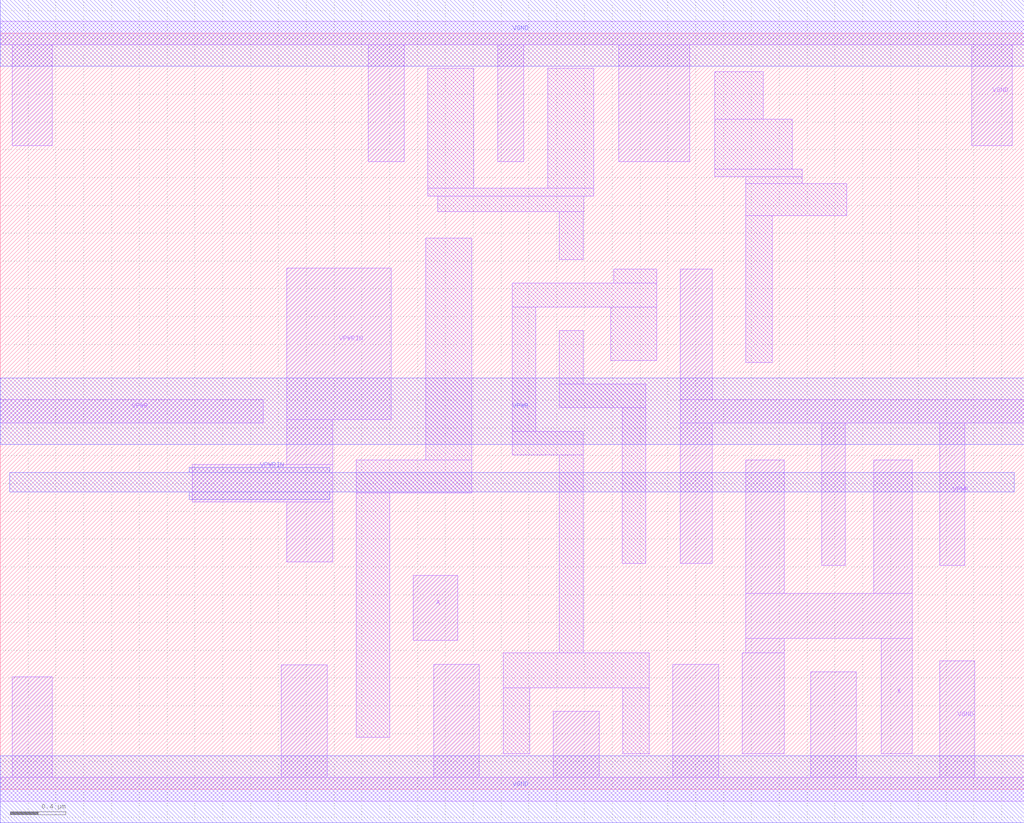
<source format=lef>
# Copyright 2020 The SkyWater PDK Authors
#
# Licensed under the Apache License, Version 2.0 (the "License");
# you may not use this file except in compliance with the License.
# You may obtain a copy of the License at
#
#     https://www.apache.org/licenses/LICENSE-2.0
#
# Unless required by applicable law or agreed to in writing, software
# distributed under the License is distributed on an "AS IS" BASIS,
# WITHOUT WARRANTIES OR CONDITIONS OF ANY KIND, either express or implied.
# See the License for the specific language governing permissions and
# limitations under the License.
#
# SPDX-License-Identifier: Apache-2.0

VERSION 5.5 ;
NAMESCASESENSITIVE ON ;
BUSBITCHARS "[]" ;
DIVIDERCHAR "/" ;
MACRO sky130_fd_sc_hd__lpflow_lsbuf_lh_hl_isowell_tap_4
  CLASS CORE ;
  SOURCE USER ;
  ORIGIN  0.000000  0.000000 ;
  SIZE  7.360000 BY  5.440000 ;
  SYMMETRY X Y R90 ;
  SITE unithd ;
  PIN A
    ANTENNAGATEAREA  0.603000 ;
    DIRECTION INPUT ;
    USE SIGNAL ;
    PORT
      LAYER li1 ;
        RECT 2.970000 1.070000 3.290000 1.540000 ;
    END
  END A
  PIN X
    ANTENNADIFFAREA  1.072500 ;
    DIRECTION OUTPUT ;
    USE SIGNAL ;
    PORT
      LAYER li1 ;
        RECT 5.335000 0.255000 5.635000 0.980000 ;
        RECT 5.360000 0.980000 5.635000 1.085000 ;
        RECT 5.360000 1.085000 6.555000 1.410000 ;
        RECT 5.360000 1.410000 5.635000 2.370000 ;
        RECT 6.280000 1.410000 6.555000 2.370000 ;
        RECT 6.335000 0.255000 6.555000 1.085000 ;
    END
  END X
  PIN VGND
    DIRECTION INOUT ;
    SHAPE ABUTMENT ;
    USE GROUND ;
    PORT
      LAYER li1 ;
        RECT 0.000000 -0.085000 7.360000 0.085000 ;
        RECT 0.085000  0.085000 0.375000 0.810000 ;
        RECT 2.020000  0.085000 2.350000 0.895000 ;
        RECT 3.115000  0.085000 3.445000 0.900000 ;
        RECT 3.975000  0.085000 4.305000 0.560000 ;
        RECT 4.835000  0.085000 5.165000 0.900000 ;
        RECT 5.825000  0.085000 6.155000 0.845000 ;
        RECT 6.755000  0.085000 7.005000 0.925000 ;
    END
    PORT
      LAYER li1 ;
        RECT 0.000000 5.355000 7.360000 5.525000 ;
        RECT 0.085000 4.630000 0.375000 5.355000 ;
        RECT 2.645000 4.515000 2.905000 5.355000 ;
        RECT 3.575000 4.515000 3.765000 5.355000 ;
        RECT 4.445000 4.515000 4.955000 5.355000 ;
        RECT 6.985000 4.630000 7.275000 5.355000 ;
    END
    PORT
      LAYER met1 ;
        RECT 0.000000 -0.240000 7.360000 0.240000 ;
    END
    PORT
      LAYER met1 ;
        RECT 0.000000 5.200000 7.360000 5.680000 ;
    END
  END VGND
  PIN VPWR
    DIRECTION INOUT ;
    SHAPE ABUTMENT ;
    USE POWER ;
    PORT
      LAYER li1 ;
        RECT 0.000000 2.635000 1.890000 2.805000 ;
    END
    PORT
      LAYER li1 ;
        RECT 4.890000 1.625000 5.120000 2.635000 ;
        RECT 4.890000 2.635000 7.360000 2.805000 ;
        RECT 4.890000 2.805000 5.120000 3.740000 ;
        RECT 5.905000 1.610000 6.075000 2.635000 ;
        RECT 6.755000 1.610000 6.935000 2.635000 ;
    END
    PORT
      LAYER met1 ;
        RECT 0.000000 2.480000 7.360000 2.960000 ;
    END
  END VPWR
  PIN VPWRIN
    DIRECTION INOUT ;
    SHAPE ABUTMENT ;
    USE POWER ;
    PORT
      LAYER li1 ;
        RECT 1.380000 2.065000 2.390000 2.335000 ;
        RECT 2.060000 1.635000 2.390000 2.065000 ;
        RECT 2.060000 2.335000 2.390000 2.660000 ;
        RECT 2.060000 2.660000 2.810000 3.750000 ;
    END
    PORT
      LAYER met1 ;
        RECT 0.070000 2.140000 7.290000 2.280000 ;
        RECT 1.360000 2.085000 2.370000 2.140000 ;
        RECT 1.360000 2.280000 2.370000 2.315000 ;
    END
  END VPWRIN
  OBS
    LAYER li1 ;
      RECT 2.560000 0.375000 2.800000 2.130000 ;
      RECT 2.560000 2.130000 3.390000 2.370000 ;
      RECT 3.060000 2.370000 3.390000 3.965000 ;
      RECT 3.075000 4.265000 4.265000 4.325000 ;
      RECT 3.075000 4.325000 3.405000 5.185000 ;
      RECT 3.145000 4.155000 4.195000 4.265000 ;
      RECT 3.615000 0.255000 3.805000 0.730000 ;
      RECT 3.615000 0.730000 4.665000 0.980000 ;
      RECT 3.680000 2.405000 4.190000 2.575000 ;
      RECT 3.680000 2.575000 3.850000 3.470000 ;
      RECT 3.680000 3.470000 4.720000 3.640000 ;
      RECT 3.935000 4.325000 4.265000 5.185000 ;
      RECT 4.020000 0.980000 4.190000 2.405000 ;
      RECT 4.020000 2.745000 4.640000 2.915000 ;
      RECT 4.020000 2.915000 4.190000 3.300000 ;
      RECT 4.020000 3.810000 4.190000 4.155000 ;
      RECT 4.390000 3.085000 4.720000 3.470000 ;
      RECT 4.410000 3.640000 4.720000 3.740000 ;
      RECT 4.470000 1.625000 4.640000 2.745000 ;
      RECT 4.475000 0.255000 4.665000 0.730000 ;
      RECT 5.135000 4.405000 5.765000 4.460000 ;
      RECT 5.135000 4.460000 5.695000 4.820000 ;
      RECT 5.135000 4.820000 5.485000 5.160000 ;
      RECT 5.360000 3.070000 5.550000 4.125000 ;
      RECT 5.360000 4.125000 6.085000 4.355000 ;
      RECT 5.360000 4.355000 5.765000 4.405000 ;
  END
END sky130_fd_sc_hd__lpflow_lsbuf_lh_hl_isowell_tap_4
END LIBRARY

</source>
